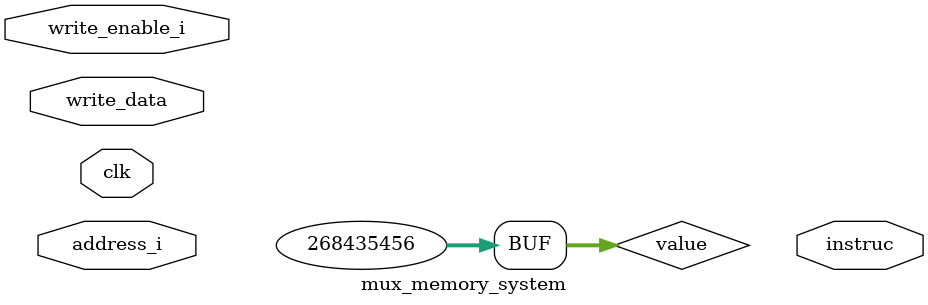
<source format=v>
module mux_memory_system	//Parameter MUX and memory system module
#(
	parameter MEMORY_DEPTH = 32,
	parameter DATA_WIDTH = 32
)(//Module inputs and outputs for the module:
	input write_enable_i,					//write enable signal
	input [(DATA_WIDTH-1):0] write_data,//write data 
	input [(DATA_WIDTH-1):0] address_i,	//adress 
	input clk,									// clock signal 
	output [(DATA_WIDTH-1):0] instruc	//instruction output	//	
);
	//Constant of range difference by the ROM and RAM memory 
	reg [(DATA_WIDTH-1):0] value = 32'h1000_0000 ;
	wire [1:0] addrs;					//adress bit_selector
	wire [(DATA_WIDTH-1):0] out_rom;	//output for module rom
	wire [(DATA_WIDTH-1):0] out_ram;	//output for module ram
	
	//Conditions 
	assign addrs = (address_i < value) ? 1 : 0;
	//Instances for each memory: ROM & RAM
	//ROM
	Program_Memory rom(
	.Address_i(address_i), 
	.Instruction_o(out_rom)
	);
	//RAM
	single_port_sync_ram ram(
	.write_enable(write_enable_i),
	.clk(clk),
	.write_data(write_data),
	.addr(address_i),
	.read_Data(out_ram)
	);
	//Instance of MUX module taken outputs from 
	//ROM and RAM:
	mux_module mux(
	.x(out_rom), 
	.y(out_ram), 
	.Sel(addrs), 
	.Data_out(instruction_o)
	);
endmodule

</source>
